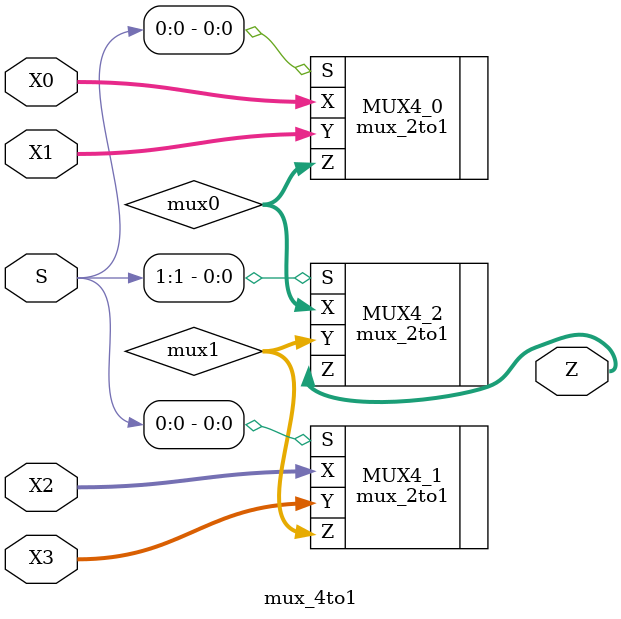
<source format=v>
module mux_4to1(X0, X1, X2, X3, S, Z);
    parameter N = 4;

    input wire [(N-1) : 0] X0, X1, X2, X3;
    input wire [1 : 0] S;

    output wire [(N-1) : 0] Z;

    // instantiate to 2:1 mux to create the 4:1 mux
    wire [(N-1) : 0] mux0, mux1;
    mux_2to1 #(.N(N)) MUX4_0 (.X(X0), .Y(X1), .S(S[0]), .Z(mux0));
    mux_2to1 #(.N(N)) MUX4_1 (.X(X2), .Y(X3), .S(S[0]), .Z(mux1));
    mux_2to1 #(.N(N)) MUX4_2 (.X(mux0), .Y(mux1), .S(S[1]), .Z(Z));

endmodule

</source>
